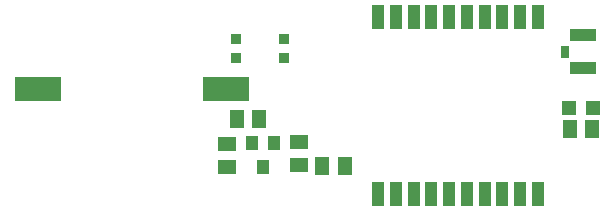
<source format=gbr>
G04 EAGLE Gerber RS-274X export*
G75*
%MOMM*%
%FSLAX34Y34*%
%LPD*%
%INSolderpaste Top*%
%IPPOS*%
%AMOC8*
5,1,8,0,0,1.08239X$1,22.5*%
G01*
%ADD10R,1.000000X2.000000*%
%ADD11R,1.200000X1.200000*%
%ADD12R,1.240000X1.500000*%
%ADD13R,1.500000X1.240000*%
%ADD14R,4.000000X2.000000*%
%ADD15R,2.200000X1.050000*%
%ADD16R,0.800000X1.000000*%
%ADD17R,0.900000X0.900000*%
%ADD18R,1.000000X1.200000*%


D10*
X312230Y39300D03*
X327230Y39300D03*
X342230Y39300D03*
X357230Y39300D03*
X372230Y39300D03*
X387230Y39300D03*
X402230Y39300D03*
X417230Y39300D03*
X432230Y39300D03*
X447230Y39300D03*
X447230Y189300D03*
X432230Y189300D03*
X417230Y189300D03*
X402230Y189300D03*
X387230Y189300D03*
X372230Y189300D03*
X357230Y189300D03*
X342230Y189300D03*
X327230Y189300D03*
X312230Y189300D03*
D11*
X494370Y112000D03*
X473370Y112000D03*
D12*
X474370Y94220D03*
X493370Y94220D03*
X283820Y63500D03*
X264820Y63500D03*
X192430Y102870D03*
X211430Y102870D03*
D13*
X184150Y62650D03*
X184150Y81650D03*
D14*
X24330Y128270D03*
X183230Y128270D03*
D15*
X485140Y146270D03*
X485140Y173770D03*
D16*
X469890Y160020D03*
D17*
X191590Y154560D03*
X191590Y170560D03*
X232590Y170560D03*
X232590Y154560D03*
D18*
X214630Y62390D03*
X205130Y82390D03*
X224130Y82390D03*
D13*
X245110Y64160D03*
X245110Y83160D03*
M02*

</source>
